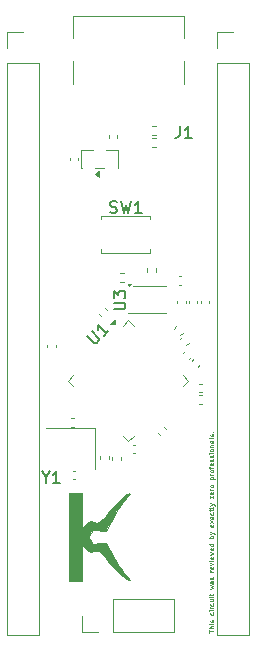
<source format=gbr>
%TF.GenerationSoftware,KiCad,Pcbnew,9.0.5*%
%TF.CreationDate,2025-12-10T19:07:17-06:00*%
%TF.ProjectId,KBoardV1,4b426f61-7264-4563-912e-6b696361645f,rev?*%
%TF.SameCoordinates,Original*%
%TF.FileFunction,Legend,Top*%
%TF.FilePolarity,Positive*%
%FSLAX46Y46*%
G04 Gerber Fmt 4.6, Leading zero omitted, Abs format (unit mm)*
G04 Created by KiCad (PCBNEW 9.0.5) date 2025-12-10 19:07:17*
%MOMM*%
%LPD*%
G01*
G04 APERTURE LIST*
%ADD10C,0.037500*%
%ADD11C,0.150000*%
%ADD12C,0.000600*%
%ADD13C,0.100000*%
%ADD14C,0.120000*%
G04 APERTURE END LIST*
D10*
X71529097Y-75337233D02*
X71529097Y-75108662D01*
X71929097Y-75222948D02*
X71529097Y-75222948D01*
X71929097Y-74975328D02*
X71529097Y-74975328D01*
X71929097Y-74803900D02*
X71719573Y-74803900D01*
X71719573Y-74803900D02*
X71681478Y-74822947D01*
X71681478Y-74822947D02*
X71662430Y-74861043D01*
X71662430Y-74861043D02*
X71662430Y-74918186D01*
X71662430Y-74918186D02*
X71681478Y-74956281D01*
X71681478Y-74956281D02*
X71700526Y-74975328D01*
X71929097Y-74613423D02*
X71662430Y-74613423D01*
X71529097Y-74613423D02*
X71548145Y-74632471D01*
X71548145Y-74632471D02*
X71567192Y-74613423D01*
X71567192Y-74613423D02*
X71548145Y-74594376D01*
X71548145Y-74594376D02*
X71529097Y-74613423D01*
X71529097Y-74613423D02*
X71567192Y-74613423D01*
X71910050Y-74441995D02*
X71929097Y-74403900D01*
X71929097Y-74403900D02*
X71929097Y-74327709D01*
X71929097Y-74327709D02*
X71910050Y-74289614D01*
X71910050Y-74289614D02*
X71871954Y-74270566D01*
X71871954Y-74270566D02*
X71852907Y-74270566D01*
X71852907Y-74270566D02*
X71814811Y-74289614D01*
X71814811Y-74289614D02*
X71795764Y-74327709D01*
X71795764Y-74327709D02*
X71795764Y-74384852D01*
X71795764Y-74384852D02*
X71776716Y-74422947D01*
X71776716Y-74422947D02*
X71738621Y-74441995D01*
X71738621Y-74441995D02*
X71719573Y-74441995D01*
X71719573Y-74441995D02*
X71681478Y-74422947D01*
X71681478Y-74422947D02*
X71662430Y-74384852D01*
X71662430Y-74384852D02*
X71662430Y-74327709D01*
X71662430Y-74327709D02*
X71681478Y-74289614D01*
X71910050Y-73622947D02*
X71929097Y-73661042D01*
X71929097Y-73661042D02*
X71929097Y-73737233D01*
X71929097Y-73737233D02*
X71910050Y-73775328D01*
X71910050Y-73775328D02*
X71891002Y-73794375D01*
X71891002Y-73794375D02*
X71852907Y-73813423D01*
X71852907Y-73813423D02*
X71738621Y-73813423D01*
X71738621Y-73813423D02*
X71700526Y-73794375D01*
X71700526Y-73794375D02*
X71681478Y-73775328D01*
X71681478Y-73775328D02*
X71662430Y-73737233D01*
X71662430Y-73737233D02*
X71662430Y-73661042D01*
X71662430Y-73661042D02*
X71681478Y-73622947D01*
X71929097Y-73451518D02*
X71662430Y-73451518D01*
X71529097Y-73451518D02*
X71548145Y-73470566D01*
X71548145Y-73470566D02*
X71567192Y-73451518D01*
X71567192Y-73451518D02*
X71548145Y-73432471D01*
X71548145Y-73432471D02*
X71529097Y-73451518D01*
X71529097Y-73451518D02*
X71567192Y-73451518D01*
X71929097Y-73261042D02*
X71662430Y-73261042D01*
X71738621Y-73261042D02*
X71700526Y-73241995D01*
X71700526Y-73241995D02*
X71681478Y-73222947D01*
X71681478Y-73222947D02*
X71662430Y-73184852D01*
X71662430Y-73184852D02*
X71662430Y-73146757D01*
X71910050Y-72841995D02*
X71929097Y-72880090D01*
X71929097Y-72880090D02*
X71929097Y-72956281D01*
X71929097Y-72956281D02*
X71910050Y-72994376D01*
X71910050Y-72994376D02*
X71891002Y-73013423D01*
X71891002Y-73013423D02*
X71852907Y-73032471D01*
X71852907Y-73032471D02*
X71738621Y-73032471D01*
X71738621Y-73032471D02*
X71700526Y-73013423D01*
X71700526Y-73013423D02*
X71681478Y-72994376D01*
X71681478Y-72994376D02*
X71662430Y-72956281D01*
X71662430Y-72956281D02*
X71662430Y-72880090D01*
X71662430Y-72880090D02*
X71681478Y-72841995D01*
X71662430Y-72499138D02*
X71929097Y-72499138D01*
X71662430Y-72670566D02*
X71871954Y-72670566D01*
X71871954Y-72670566D02*
X71910050Y-72651519D01*
X71910050Y-72651519D02*
X71929097Y-72613424D01*
X71929097Y-72613424D02*
X71929097Y-72556281D01*
X71929097Y-72556281D02*
X71910050Y-72518185D01*
X71910050Y-72518185D02*
X71891002Y-72499138D01*
X71929097Y-72308661D02*
X71662430Y-72308661D01*
X71529097Y-72308661D02*
X71548145Y-72327709D01*
X71548145Y-72327709D02*
X71567192Y-72308661D01*
X71567192Y-72308661D02*
X71548145Y-72289614D01*
X71548145Y-72289614D02*
X71529097Y-72308661D01*
X71529097Y-72308661D02*
X71567192Y-72308661D01*
X71662430Y-72175328D02*
X71662430Y-72022947D01*
X71529097Y-72118185D02*
X71871954Y-72118185D01*
X71871954Y-72118185D02*
X71910050Y-72099138D01*
X71910050Y-72099138D02*
X71929097Y-72061043D01*
X71929097Y-72061043D02*
X71929097Y-72022947D01*
X71662430Y-71622948D02*
X71929097Y-71546757D01*
X71929097Y-71546757D02*
X71738621Y-71470567D01*
X71738621Y-71470567D02*
X71929097Y-71394376D01*
X71929097Y-71394376D02*
X71662430Y-71318186D01*
X71929097Y-70994376D02*
X71719573Y-70994376D01*
X71719573Y-70994376D02*
X71681478Y-71013423D01*
X71681478Y-71013423D02*
X71662430Y-71051519D01*
X71662430Y-71051519D02*
X71662430Y-71127709D01*
X71662430Y-71127709D02*
X71681478Y-71165804D01*
X71910050Y-70994376D02*
X71929097Y-71032471D01*
X71929097Y-71032471D02*
X71929097Y-71127709D01*
X71929097Y-71127709D02*
X71910050Y-71165804D01*
X71910050Y-71165804D02*
X71871954Y-71184852D01*
X71871954Y-71184852D02*
X71833859Y-71184852D01*
X71833859Y-71184852D02*
X71795764Y-71165804D01*
X71795764Y-71165804D02*
X71776716Y-71127709D01*
X71776716Y-71127709D02*
X71776716Y-71032471D01*
X71776716Y-71032471D02*
X71757669Y-70994376D01*
X71910050Y-70822947D02*
X71929097Y-70784852D01*
X71929097Y-70784852D02*
X71929097Y-70708661D01*
X71929097Y-70708661D02*
X71910050Y-70670566D01*
X71910050Y-70670566D02*
X71871954Y-70651518D01*
X71871954Y-70651518D02*
X71852907Y-70651518D01*
X71852907Y-70651518D02*
X71814811Y-70670566D01*
X71814811Y-70670566D02*
X71795764Y-70708661D01*
X71795764Y-70708661D02*
X71795764Y-70765804D01*
X71795764Y-70765804D02*
X71776716Y-70803899D01*
X71776716Y-70803899D02*
X71738621Y-70822947D01*
X71738621Y-70822947D02*
X71719573Y-70822947D01*
X71719573Y-70822947D02*
X71681478Y-70803899D01*
X71681478Y-70803899D02*
X71662430Y-70765804D01*
X71662430Y-70765804D02*
X71662430Y-70708661D01*
X71662430Y-70708661D02*
X71681478Y-70670566D01*
X71929097Y-70175327D02*
X71662430Y-70175327D01*
X71738621Y-70175327D02*
X71700526Y-70156280D01*
X71700526Y-70156280D02*
X71681478Y-70137232D01*
X71681478Y-70137232D02*
X71662430Y-70099137D01*
X71662430Y-70099137D02*
X71662430Y-70061042D01*
X71910050Y-69775327D02*
X71929097Y-69813423D01*
X71929097Y-69813423D02*
X71929097Y-69889613D01*
X71929097Y-69889613D02*
X71910050Y-69927708D01*
X71910050Y-69927708D02*
X71871954Y-69946756D01*
X71871954Y-69946756D02*
X71719573Y-69946756D01*
X71719573Y-69946756D02*
X71681478Y-69927708D01*
X71681478Y-69927708D02*
X71662430Y-69889613D01*
X71662430Y-69889613D02*
X71662430Y-69813423D01*
X71662430Y-69813423D02*
X71681478Y-69775327D01*
X71681478Y-69775327D02*
X71719573Y-69756280D01*
X71719573Y-69756280D02*
X71757669Y-69756280D01*
X71757669Y-69756280D02*
X71795764Y-69946756D01*
X71662430Y-69622947D02*
X71929097Y-69527709D01*
X71929097Y-69527709D02*
X71662430Y-69432470D01*
X71929097Y-69280089D02*
X71662430Y-69280089D01*
X71529097Y-69280089D02*
X71548145Y-69299137D01*
X71548145Y-69299137D02*
X71567192Y-69280089D01*
X71567192Y-69280089D02*
X71548145Y-69261042D01*
X71548145Y-69261042D02*
X71529097Y-69280089D01*
X71529097Y-69280089D02*
X71567192Y-69280089D01*
X71910050Y-68937232D02*
X71929097Y-68975328D01*
X71929097Y-68975328D02*
X71929097Y-69051518D01*
X71929097Y-69051518D02*
X71910050Y-69089613D01*
X71910050Y-69089613D02*
X71871954Y-69108661D01*
X71871954Y-69108661D02*
X71719573Y-69108661D01*
X71719573Y-69108661D02*
X71681478Y-69089613D01*
X71681478Y-69089613D02*
X71662430Y-69051518D01*
X71662430Y-69051518D02*
X71662430Y-68975328D01*
X71662430Y-68975328D02*
X71681478Y-68937232D01*
X71681478Y-68937232D02*
X71719573Y-68918185D01*
X71719573Y-68918185D02*
X71757669Y-68918185D01*
X71757669Y-68918185D02*
X71795764Y-69108661D01*
X71662430Y-68784852D02*
X71929097Y-68708661D01*
X71929097Y-68708661D02*
X71738621Y-68632471D01*
X71738621Y-68632471D02*
X71929097Y-68556280D01*
X71929097Y-68556280D02*
X71662430Y-68480090D01*
X71910050Y-68175327D02*
X71929097Y-68213423D01*
X71929097Y-68213423D02*
X71929097Y-68289613D01*
X71929097Y-68289613D02*
X71910050Y-68327708D01*
X71910050Y-68327708D02*
X71871954Y-68346756D01*
X71871954Y-68346756D02*
X71719573Y-68346756D01*
X71719573Y-68346756D02*
X71681478Y-68327708D01*
X71681478Y-68327708D02*
X71662430Y-68289613D01*
X71662430Y-68289613D02*
X71662430Y-68213423D01*
X71662430Y-68213423D02*
X71681478Y-68175327D01*
X71681478Y-68175327D02*
X71719573Y-68156280D01*
X71719573Y-68156280D02*
X71757669Y-68156280D01*
X71757669Y-68156280D02*
X71795764Y-68346756D01*
X71929097Y-67813423D02*
X71529097Y-67813423D01*
X71910050Y-67813423D02*
X71929097Y-67851518D01*
X71929097Y-67851518D02*
X71929097Y-67927709D01*
X71929097Y-67927709D02*
X71910050Y-67965804D01*
X71910050Y-67965804D02*
X71891002Y-67984851D01*
X71891002Y-67984851D02*
X71852907Y-68003899D01*
X71852907Y-68003899D02*
X71738621Y-68003899D01*
X71738621Y-68003899D02*
X71700526Y-67984851D01*
X71700526Y-67984851D02*
X71681478Y-67965804D01*
X71681478Y-67965804D02*
X71662430Y-67927709D01*
X71662430Y-67927709D02*
X71662430Y-67851518D01*
X71662430Y-67851518D02*
X71681478Y-67813423D01*
X71929097Y-67318184D02*
X71529097Y-67318184D01*
X71681478Y-67318184D02*
X71662430Y-67280089D01*
X71662430Y-67280089D02*
X71662430Y-67203899D01*
X71662430Y-67203899D02*
X71681478Y-67165803D01*
X71681478Y-67165803D02*
X71700526Y-67146756D01*
X71700526Y-67146756D02*
X71738621Y-67127708D01*
X71738621Y-67127708D02*
X71852907Y-67127708D01*
X71852907Y-67127708D02*
X71891002Y-67146756D01*
X71891002Y-67146756D02*
X71910050Y-67165803D01*
X71910050Y-67165803D02*
X71929097Y-67203899D01*
X71929097Y-67203899D02*
X71929097Y-67280089D01*
X71929097Y-67280089D02*
X71910050Y-67318184D01*
X71662430Y-66994375D02*
X71929097Y-66899137D01*
X71662430Y-66803898D02*
X71929097Y-66899137D01*
X71929097Y-66899137D02*
X72024335Y-66937232D01*
X72024335Y-66937232D02*
X72043383Y-66956279D01*
X72043383Y-66956279D02*
X72062430Y-66994375D01*
X71910050Y-66194374D02*
X71929097Y-66232470D01*
X71929097Y-66232470D02*
X71929097Y-66308660D01*
X71929097Y-66308660D02*
X71910050Y-66346755D01*
X71910050Y-66346755D02*
X71871954Y-66365803D01*
X71871954Y-66365803D02*
X71719573Y-66365803D01*
X71719573Y-66365803D02*
X71681478Y-66346755D01*
X71681478Y-66346755D02*
X71662430Y-66308660D01*
X71662430Y-66308660D02*
X71662430Y-66232470D01*
X71662430Y-66232470D02*
X71681478Y-66194374D01*
X71681478Y-66194374D02*
X71719573Y-66175327D01*
X71719573Y-66175327D02*
X71757669Y-66175327D01*
X71757669Y-66175327D02*
X71795764Y-66365803D01*
X71929097Y-66041994D02*
X71662430Y-65832470D01*
X71662430Y-66041994D02*
X71929097Y-65832470D01*
X71929097Y-65508660D02*
X71719573Y-65508660D01*
X71719573Y-65508660D02*
X71681478Y-65527707D01*
X71681478Y-65527707D02*
X71662430Y-65565803D01*
X71662430Y-65565803D02*
X71662430Y-65641993D01*
X71662430Y-65641993D02*
X71681478Y-65680088D01*
X71910050Y-65508660D02*
X71929097Y-65546755D01*
X71929097Y-65546755D02*
X71929097Y-65641993D01*
X71929097Y-65641993D02*
X71910050Y-65680088D01*
X71910050Y-65680088D02*
X71871954Y-65699136D01*
X71871954Y-65699136D02*
X71833859Y-65699136D01*
X71833859Y-65699136D02*
X71795764Y-65680088D01*
X71795764Y-65680088D02*
X71776716Y-65641993D01*
X71776716Y-65641993D02*
X71776716Y-65546755D01*
X71776716Y-65546755D02*
X71757669Y-65508660D01*
X71910050Y-65146755D02*
X71929097Y-65184850D01*
X71929097Y-65184850D02*
X71929097Y-65261041D01*
X71929097Y-65261041D02*
X71910050Y-65299136D01*
X71910050Y-65299136D02*
X71891002Y-65318183D01*
X71891002Y-65318183D02*
X71852907Y-65337231D01*
X71852907Y-65337231D02*
X71738621Y-65337231D01*
X71738621Y-65337231D02*
X71700526Y-65318183D01*
X71700526Y-65318183D02*
X71681478Y-65299136D01*
X71681478Y-65299136D02*
X71662430Y-65261041D01*
X71662430Y-65261041D02*
X71662430Y-65184850D01*
X71662430Y-65184850D02*
X71681478Y-65146755D01*
X71662430Y-65032469D02*
X71662430Y-64880088D01*
X71529097Y-64975326D02*
X71871954Y-64975326D01*
X71871954Y-64975326D02*
X71910050Y-64956279D01*
X71910050Y-64956279D02*
X71929097Y-64918184D01*
X71929097Y-64918184D02*
X71929097Y-64880088D01*
X71929097Y-64689613D02*
X71910050Y-64727708D01*
X71910050Y-64727708D02*
X71871954Y-64746755D01*
X71871954Y-64746755D02*
X71529097Y-64746755D01*
X71662430Y-64575327D02*
X71929097Y-64480089D01*
X71662430Y-64384850D02*
X71929097Y-64480089D01*
X71929097Y-64480089D02*
X72024335Y-64518184D01*
X72024335Y-64518184D02*
X72043383Y-64537231D01*
X72043383Y-64537231D02*
X72062430Y-64575327D01*
X71662430Y-63965803D02*
X71662430Y-63756279D01*
X71662430Y-63756279D02*
X71929097Y-63965803D01*
X71929097Y-63965803D02*
X71929097Y-63756279D01*
X71910050Y-63451516D02*
X71929097Y-63489612D01*
X71929097Y-63489612D02*
X71929097Y-63565802D01*
X71929097Y-63565802D02*
X71910050Y-63603897D01*
X71910050Y-63603897D02*
X71871954Y-63622945D01*
X71871954Y-63622945D02*
X71719573Y-63622945D01*
X71719573Y-63622945D02*
X71681478Y-63603897D01*
X71681478Y-63603897D02*
X71662430Y-63565802D01*
X71662430Y-63565802D02*
X71662430Y-63489612D01*
X71662430Y-63489612D02*
X71681478Y-63451516D01*
X71681478Y-63451516D02*
X71719573Y-63432469D01*
X71719573Y-63432469D02*
X71757669Y-63432469D01*
X71757669Y-63432469D02*
X71795764Y-63622945D01*
X71929097Y-63261040D02*
X71662430Y-63261040D01*
X71738621Y-63261040D02*
X71700526Y-63241993D01*
X71700526Y-63241993D02*
X71681478Y-63222945D01*
X71681478Y-63222945D02*
X71662430Y-63184850D01*
X71662430Y-63184850D02*
X71662430Y-63146755D01*
X71929097Y-62956279D02*
X71910050Y-62994374D01*
X71910050Y-62994374D02*
X71891002Y-63013421D01*
X71891002Y-63013421D02*
X71852907Y-63032469D01*
X71852907Y-63032469D02*
X71738621Y-63032469D01*
X71738621Y-63032469D02*
X71700526Y-63013421D01*
X71700526Y-63013421D02*
X71681478Y-62994374D01*
X71681478Y-62994374D02*
X71662430Y-62956279D01*
X71662430Y-62956279D02*
X71662430Y-62899136D01*
X71662430Y-62899136D02*
X71681478Y-62861040D01*
X71681478Y-62861040D02*
X71700526Y-62841993D01*
X71700526Y-62841993D02*
X71738621Y-62822945D01*
X71738621Y-62822945D02*
X71852907Y-62822945D01*
X71852907Y-62822945D02*
X71891002Y-62841993D01*
X71891002Y-62841993D02*
X71910050Y-62861040D01*
X71910050Y-62861040D02*
X71929097Y-62899136D01*
X71929097Y-62899136D02*
X71929097Y-62956279D01*
X71662430Y-62346754D02*
X72062430Y-62346754D01*
X71681478Y-62346754D02*
X71662430Y-62308659D01*
X71662430Y-62308659D02*
X71662430Y-62232469D01*
X71662430Y-62232469D02*
X71681478Y-62194373D01*
X71681478Y-62194373D02*
X71700526Y-62175326D01*
X71700526Y-62175326D02*
X71738621Y-62156278D01*
X71738621Y-62156278D02*
X71852907Y-62156278D01*
X71852907Y-62156278D02*
X71891002Y-62175326D01*
X71891002Y-62175326D02*
X71910050Y-62194373D01*
X71910050Y-62194373D02*
X71929097Y-62232469D01*
X71929097Y-62232469D02*
X71929097Y-62308659D01*
X71929097Y-62308659D02*
X71910050Y-62346754D01*
X71929097Y-61984849D02*
X71662430Y-61984849D01*
X71738621Y-61984849D02*
X71700526Y-61965802D01*
X71700526Y-61965802D02*
X71681478Y-61946754D01*
X71681478Y-61946754D02*
X71662430Y-61908659D01*
X71662430Y-61908659D02*
X71662430Y-61870564D01*
X71929097Y-61680088D02*
X71910050Y-61718183D01*
X71910050Y-61718183D02*
X71891002Y-61737230D01*
X71891002Y-61737230D02*
X71852907Y-61756278D01*
X71852907Y-61756278D02*
X71738621Y-61756278D01*
X71738621Y-61756278D02*
X71700526Y-61737230D01*
X71700526Y-61737230D02*
X71681478Y-61718183D01*
X71681478Y-61718183D02*
X71662430Y-61680088D01*
X71662430Y-61680088D02*
X71662430Y-61622945D01*
X71662430Y-61622945D02*
X71681478Y-61584849D01*
X71681478Y-61584849D02*
X71700526Y-61565802D01*
X71700526Y-61565802D02*
X71738621Y-61546754D01*
X71738621Y-61546754D02*
X71852907Y-61546754D01*
X71852907Y-61546754D02*
X71891002Y-61565802D01*
X71891002Y-61565802D02*
X71910050Y-61584849D01*
X71910050Y-61584849D02*
X71929097Y-61622945D01*
X71929097Y-61622945D02*
X71929097Y-61680088D01*
X71662430Y-61432468D02*
X71662430Y-61280087D01*
X71929097Y-61375325D02*
X71586240Y-61375325D01*
X71586240Y-61375325D02*
X71548145Y-61356278D01*
X71548145Y-61356278D02*
X71529097Y-61318183D01*
X71529097Y-61318183D02*
X71529097Y-61280087D01*
X71910050Y-60994373D02*
X71929097Y-61032469D01*
X71929097Y-61032469D02*
X71929097Y-61108659D01*
X71929097Y-61108659D02*
X71910050Y-61146754D01*
X71910050Y-61146754D02*
X71871954Y-61165802D01*
X71871954Y-61165802D02*
X71719573Y-61165802D01*
X71719573Y-61165802D02*
X71681478Y-61146754D01*
X71681478Y-61146754D02*
X71662430Y-61108659D01*
X71662430Y-61108659D02*
X71662430Y-61032469D01*
X71662430Y-61032469D02*
X71681478Y-60994373D01*
X71681478Y-60994373D02*
X71719573Y-60975326D01*
X71719573Y-60975326D02*
X71757669Y-60975326D01*
X71757669Y-60975326D02*
X71795764Y-61165802D01*
X71910050Y-60822945D02*
X71929097Y-60784850D01*
X71929097Y-60784850D02*
X71929097Y-60708659D01*
X71929097Y-60708659D02*
X71910050Y-60670564D01*
X71910050Y-60670564D02*
X71871954Y-60651516D01*
X71871954Y-60651516D02*
X71852907Y-60651516D01*
X71852907Y-60651516D02*
X71814811Y-60670564D01*
X71814811Y-60670564D02*
X71795764Y-60708659D01*
X71795764Y-60708659D02*
X71795764Y-60765802D01*
X71795764Y-60765802D02*
X71776716Y-60803897D01*
X71776716Y-60803897D02*
X71738621Y-60822945D01*
X71738621Y-60822945D02*
X71719573Y-60822945D01*
X71719573Y-60822945D02*
X71681478Y-60803897D01*
X71681478Y-60803897D02*
X71662430Y-60765802D01*
X71662430Y-60765802D02*
X71662430Y-60708659D01*
X71662430Y-60708659D02*
X71681478Y-60670564D01*
X71910050Y-60499135D02*
X71929097Y-60461040D01*
X71929097Y-60461040D02*
X71929097Y-60384849D01*
X71929097Y-60384849D02*
X71910050Y-60346754D01*
X71910050Y-60346754D02*
X71871954Y-60327706D01*
X71871954Y-60327706D02*
X71852907Y-60327706D01*
X71852907Y-60327706D02*
X71814811Y-60346754D01*
X71814811Y-60346754D02*
X71795764Y-60384849D01*
X71795764Y-60384849D02*
X71795764Y-60441992D01*
X71795764Y-60441992D02*
X71776716Y-60480087D01*
X71776716Y-60480087D02*
X71738621Y-60499135D01*
X71738621Y-60499135D02*
X71719573Y-60499135D01*
X71719573Y-60499135D02*
X71681478Y-60480087D01*
X71681478Y-60480087D02*
X71662430Y-60441992D01*
X71662430Y-60441992D02*
X71662430Y-60384849D01*
X71662430Y-60384849D02*
X71681478Y-60346754D01*
X71929097Y-60156277D02*
X71662430Y-60156277D01*
X71529097Y-60156277D02*
X71548145Y-60175325D01*
X71548145Y-60175325D02*
X71567192Y-60156277D01*
X71567192Y-60156277D02*
X71548145Y-60137230D01*
X71548145Y-60137230D02*
X71529097Y-60156277D01*
X71529097Y-60156277D02*
X71567192Y-60156277D01*
X71929097Y-59908659D02*
X71910050Y-59946754D01*
X71910050Y-59946754D02*
X71891002Y-59965801D01*
X71891002Y-59965801D02*
X71852907Y-59984849D01*
X71852907Y-59984849D02*
X71738621Y-59984849D01*
X71738621Y-59984849D02*
X71700526Y-59965801D01*
X71700526Y-59965801D02*
X71681478Y-59946754D01*
X71681478Y-59946754D02*
X71662430Y-59908659D01*
X71662430Y-59908659D02*
X71662430Y-59851516D01*
X71662430Y-59851516D02*
X71681478Y-59813420D01*
X71681478Y-59813420D02*
X71700526Y-59794373D01*
X71700526Y-59794373D02*
X71738621Y-59775325D01*
X71738621Y-59775325D02*
X71852907Y-59775325D01*
X71852907Y-59775325D02*
X71891002Y-59794373D01*
X71891002Y-59794373D02*
X71910050Y-59813420D01*
X71910050Y-59813420D02*
X71929097Y-59851516D01*
X71929097Y-59851516D02*
X71929097Y-59908659D01*
X71662430Y-59603896D02*
X71929097Y-59603896D01*
X71700526Y-59603896D02*
X71681478Y-59584849D01*
X71681478Y-59584849D02*
X71662430Y-59546754D01*
X71662430Y-59546754D02*
X71662430Y-59489611D01*
X71662430Y-59489611D02*
X71681478Y-59451515D01*
X71681478Y-59451515D02*
X71719573Y-59432468D01*
X71719573Y-59432468D02*
X71929097Y-59432468D01*
X71929097Y-59070563D02*
X71719573Y-59070563D01*
X71719573Y-59070563D02*
X71681478Y-59089610D01*
X71681478Y-59089610D02*
X71662430Y-59127706D01*
X71662430Y-59127706D02*
X71662430Y-59203896D01*
X71662430Y-59203896D02*
X71681478Y-59241991D01*
X71910050Y-59070563D02*
X71929097Y-59108658D01*
X71929097Y-59108658D02*
X71929097Y-59203896D01*
X71929097Y-59203896D02*
X71910050Y-59241991D01*
X71910050Y-59241991D02*
X71871954Y-59261039D01*
X71871954Y-59261039D02*
X71833859Y-59261039D01*
X71833859Y-59261039D02*
X71795764Y-59241991D01*
X71795764Y-59241991D02*
X71776716Y-59203896D01*
X71776716Y-59203896D02*
X71776716Y-59108658D01*
X71776716Y-59108658D02*
X71757669Y-59070563D01*
X71929097Y-58822944D02*
X71910050Y-58861039D01*
X71910050Y-58861039D02*
X71871954Y-58880086D01*
X71871954Y-58880086D02*
X71529097Y-58880086D01*
X71910050Y-58689610D02*
X71929097Y-58651515D01*
X71929097Y-58651515D02*
X71929097Y-58575324D01*
X71929097Y-58575324D02*
X71910050Y-58537229D01*
X71910050Y-58537229D02*
X71871954Y-58518181D01*
X71871954Y-58518181D02*
X71852907Y-58518181D01*
X71852907Y-58518181D02*
X71814811Y-58537229D01*
X71814811Y-58537229D02*
X71795764Y-58575324D01*
X71795764Y-58575324D02*
X71795764Y-58632467D01*
X71795764Y-58632467D02*
X71776716Y-58670562D01*
X71776716Y-58670562D02*
X71738621Y-58689610D01*
X71738621Y-58689610D02*
X71719573Y-58689610D01*
X71719573Y-58689610D02*
X71681478Y-58670562D01*
X71681478Y-58670562D02*
X71662430Y-58632467D01*
X71662430Y-58632467D02*
X71662430Y-58575324D01*
X71662430Y-58575324D02*
X71681478Y-58537229D01*
X71891002Y-58346752D02*
X71910050Y-58327705D01*
X71910050Y-58327705D02*
X71929097Y-58346752D01*
X71929097Y-58346752D02*
X71910050Y-58365800D01*
X71910050Y-58365800D02*
X71891002Y-58346752D01*
X71891002Y-58346752D02*
X71929097Y-58346752D01*
D11*
X69066666Y-32454819D02*
X69066666Y-33169104D01*
X69066666Y-33169104D02*
X69019047Y-33311961D01*
X69019047Y-33311961D02*
X68923809Y-33407200D01*
X68923809Y-33407200D02*
X68780952Y-33454819D01*
X68780952Y-33454819D02*
X68685714Y-33454819D01*
X70066666Y-33454819D02*
X69495238Y-33454819D01*
X69780952Y-33454819D02*
X69780952Y-32454819D01*
X69780952Y-32454819D02*
X69685714Y-32597676D01*
X69685714Y-32597676D02*
X69590476Y-32692914D01*
X69590476Y-32692914D02*
X69495238Y-32740533D01*
X57723809Y-62178628D02*
X57723809Y-62654819D01*
X57390476Y-61654819D02*
X57723809Y-62178628D01*
X57723809Y-62178628D02*
X58057142Y-61654819D01*
X58914285Y-62654819D02*
X58342857Y-62654819D01*
X58628571Y-62654819D02*
X58628571Y-61654819D01*
X58628571Y-61654819D02*
X58533333Y-61797676D01*
X58533333Y-61797676D02*
X58438095Y-61892914D01*
X58438095Y-61892914D02*
X58342857Y-61940533D01*
X61205750Y-50203246D02*
X61778170Y-50775666D01*
X61778170Y-50775666D02*
X61879185Y-50809338D01*
X61879185Y-50809338D02*
X61946529Y-50809338D01*
X61946529Y-50809338D02*
X62047544Y-50775666D01*
X62047544Y-50775666D02*
X62182231Y-50640979D01*
X62182231Y-50640979D02*
X62215903Y-50539964D01*
X62215903Y-50539964D02*
X62215903Y-50472620D01*
X62215903Y-50472620D02*
X62182231Y-50371605D01*
X62182231Y-50371605D02*
X61609811Y-49799185D01*
X63024025Y-49799185D02*
X62619964Y-50203246D01*
X62821994Y-50001216D02*
X62114888Y-49294109D01*
X62114888Y-49294109D02*
X62148559Y-49462468D01*
X62148559Y-49462468D02*
X62148559Y-49597155D01*
X62148559Y-49597155D02*
X62114888Y-49698170D01*
X63477864Y-47954797D02*
X64287387Y-47954797D01*
X64287387Y-47954797D02*
X64382625Y-47907178D01*
X64382625Y-47907178D02*
X64430245Y-47859559D01*
X64430245Y-47859559D02*
X64477864Y-47764321D01*
X64477864Y-47764321D02*
X64477864Y-47573845D01*
X64477864Y-47573845D02*
X64430245Y-47478607D01*
X64430245Y-47478607D02*
X64382625Y-47430988D01*
X64382625Y-47430988D02*
X64287387Y-47383369D01*
X64287387Y-47383369D02*
X63477864Y-47383369D01*
X63477864Y-47002416D02*
X63477864Y-46383369D01*
X63477864Y-46383369D02*
X63858816Y-46716702D01*
X63858816Y-46716702D02*
X63858816Y-46573845D01*
X63858816Y-46573845D02*
X63906435Y-46478607D01*
X63906435Y-46478607D02*
X63954054Y-46430988D01*
X63954054Y-46430988D02*
X64049292Y-46383369D01*
X64049292Y-46383369D02*
X64287387Y-46383369D01*
X64287387Y-46383369D02*
X64382625Y-46430988D01*
X64382625Y-46430988D02*
X64430245Y-46478607D01*
X64430245Y-46478607D02*
X64477864Y-46573845D01*
X64477864Y-46573845D02*
X64477864Y-46859559D01*
X64477864Y-46859559D02*
X64430245Y-46954797D01*
X64430245Y-46954797D02*
X64382625Y-47002416D01*
X63166667Y-39757200D02*
X63309524Y-39804819D01*
X63309524Y-39804819D02*
X63547619Y-39804819D01*
X63547619Y-39804819D02*
X63642857Y-39757200D01*
X63642857Y-39757200D02*
X63690476Y-39709580D01*
X63690476Y-39709580D02*
X63738095Y-39614342D01*
X63738095Y-39614342D02*
X63738095Y-39519104D01*
X63738095Y-39519104D02*
X63690476Y-39423866D01*
X63690476Y-39423866D02*
X63642857Y-39376247D01*
X63642857Y-39376247D02*
X63547619Y-39328628D01*
X63547619Y-39328628D02*
X63357143Y-39281009D01*
X63357143Y-39281009D02*
X63261905Y-39233390D01*
X63261905Y-39233390D02*
X63214286Y-39185771D01*
X63214286Y-39185771D02*
X63166667Y-39090533D01*
X63166667Y-39090533D02*
X63166667Y-38995295D01*
X63166667Y-38995295D02*
X63214286Y-38900057D01*
X63214286Y-38900057D02*
X63261905Y-38852438D01*
X63261905Y-38852438D02*
X63357143Y-38804819D01*
X63357143Y-38804819D02*
X63595238Y-38804819D01*
X63595238Y-38804819D02*
X63738095Y-38852438D01*
X64071429Y-38804819D02*
X64309524Y-39804819D01*
X64309524Y-39804819D02*
X64500000Y-39090533D01*
X64500000Y-39090533D02*
X64690476Y-39804819D01*
X64690476Y-39804819D02*
X64928572Y-38804819D01*
X65833333Y-39804819D02*
X65261905Y-39804819D01*
X65547619Y-39804819D02*
X65547619Y-38804819D01*
X65547619Y-38804819D02*
X65452381Y-38947676D01*
X65452381Y-38947676D02*
X65357143Y-39042914D01*
X65357143Y-39042914D02*
X65261905Y-39090533D01*
D12*
%TO.C,REF\u002A\u002A*%
X59690000Y-63490000D02*
X59690000Y-67223800D01*
X59690000Y-67223800D02*
X59690000Y-70957600D01*
X59690000Y-70957600D02*
X60223400Y-70957600D01*
X60223400Y-63490000D02*
X59690000Y-63490000D01*
X60223400Y-70957600D02*
X60756800Y-70957600D01*
X60756800Y-63490000D02*
X60223400Y-63490000D01*
X60756800Y-65029865D02*
X60756800Y-63490000D01*
X60756800Y-66569731D02*
X60756800Y-65029865D01*
X60756800Y-67890190D02*
X61102577Y-68208917D01*
X60756800Y-69423895D02*
X60756800Y-67890190D01*
X60756800Y-70957600D02*
X60756800Y-69423895D01*
X61089106Y-66243598D02*
X60756800Y-66569731D01*
X61102577Y-68208917D02*
X61257130Y-68341283D01*
X61415522Y-67110567D02*
X61542995Y-66911219D01*
X61542525Y-67536381D02*
X61409004Y-67326988D01*
X61542995Y-66911219D02*
X61719591Y-66652300D01*
X61718650Y-67795300D02*
X61542525Y-67536381D01*
X61719591Y-66652300D02*
X62285945Y-66672184D01*
X62136922Y-66051140D02*
X61742481Y-65960193D01*
X62285945Y-66672184D02*
X62852300Y-66692068D01*
X62288973Y-67770392D02*
X61718650Y-67795300D01*
X62400987Y-68559745D02*
X62703341Y-68913284D01*
X62703341Y-68913284D02*
X62900614Y-69154444D01*
X62796793Y-65415820D02*
X62550119Y-65712199D01*
X62852300Y-66692068D02*
X63303195Y-65833984D01*
X62859295Y-67745483D02*
X62288973Y-67770392D01*
X62900614Y-69154444D02*
X63122067Y-69417544D01*
X63122067Y-69417544D02*
X63333905Y-69663157D01*
X63268381Y-68532392D02*
X62859295Y-67745483D01*
X63303195Y-65833984D02*
X63670778Y-65157027D01*
X63333905Y-69663157D02*
X63498077Y-69846071D01*
X63390516Y-64727011D02*
X62796793Y-65415820D01*
X63644303Y-69231195D02*
X63268381Y-68532392D01*
X63670778Y-65157027D02*
X63960002Y-64681159D01*
X63950902Y-69742291D02*
X63644303Y-69231195D01*
X63995204Y-64124979D02*
X63390516Y-64727011D01*
X63999646Y-70309652D02*
X64239867Y-70509656D01*
X64000293Y-69812270D02*
X63950902Y-69742291D01*
X64236360Y-64298670D02*
X64513328Y-63976621D01*
X64236664Y-70147166D02*
X64000293Y-69812270D01*
X64239867Y-70509656D02*
X64662731Y-70831611D01*
X64510985Y-63685006D02*
X63995204Y-64124979D01*
X64513328Y-63976621D02*
X64555014Y-63928150D01*
X64555014Y-63928150D02*
X64679163Y-63789210D01*
X64671440Y-70651043D02*
X64404291Y-70353140D01*
X64679163Y-63789210D02*
X64770979Y-63672561D01*
X64706273Y-70695098D02*
X64671440Y-70651043D01*
X64766741Y-70771574D02*
X64706273Y-70695098D01*
X61089106Y-66243598D02*
G75*
G02*
X61326664Y-66041107I1559094J-1588502D01*
G01*
X61326667Y-66041112D02*
G75*
G02*
X61515411Y-65959367I271233J-367488D01*
G01*
X61380589Y-67223746D02*
G75*
G02*
X61415522Y-67110567I201311J-154D01*
G01*
X61391732Y-68433760D02*
G75*
G02*
X61257132Y-68341280I594568J1009560D01*
G01*
X61409004Y-67326988D02*
G75*
G02*
X61380590Y-67223746I172796J103088D01*
G01*
X61502558Y-68486616D02*
G75*
G02*
X61391734Y-68433756I246742J659916D01*
G01*
X61515412Y-65959370D02*
G75*
G02*
X61742481Y-65960194I111338J-606010D01*
G01*
X61578827Y-68489384D02*
G75*
G02*
X61502550Y-68486638I-34027J115584D01*
G01*
X61578827Y-68489384D02*
G75*
G02*
X61981070Y-68391434I1256173J-4283716D01*
G01*
X61981071Y-68391437D02*
G75*
G02*
X62193630Y-68409339I74729J-383563D01*
G01*
X62193631Y-68409337D02*
G75*
G02*
X62400969Y-68559760I-171331J-454263D01*
G01*
X62218085Y-66034999D02*
G75*
G02*
X62136922Y-66051142I-56885J73899D01*
G01*
X62361958Y-65911019D02*
G75*
G02*
X62218085Y-66034999I-1195558J1241919D01*
G01*
X62550119Y-65712199D02*
G75*
G02*
X62361958Y-65911019I-2229211J1921254D01*
G01*
X63960002Y-64681159D02*
G75*
G02*
X64513332Y-63976624I4430698J-2910241D01*
G01*
X63999646Y-70309652D02*
G75*
G02*
X63498081Y-69846068I2660554J3381652D01*
G01*
X64404291Y-70353140D02*
G75*
G02*
X64000290Y-69812272I3739909J3214840D01*
G01*
X64510985Y-63685006D02*
G75*
G02*
X64816461Y-63566167I305515J-333294D01*
G01*
X64706273Y-70695098D02*
G75*
G02*
X64825753Y-70861074I-901573J-775002D01*
G01*
X64814210Y-70881400D02*
G75*
G02*
X64662730Y-70831612I-10J255300D01*
G01*
X64816461Y-63566200D02*
G75*
G02*
X64827771Y-63585977I39J-13100D01*
G01*
X64825753Y-70861074D02*
G75*
G02*
X64814210Y-70881384I-11453J-6926D01*
G01*
X64827722Y-63585948D02*
G75*
G02*
X64770977Y-63672560I-976622J577948D01*
G01*
D13*
X60756800Y-66569731D02*
X61196503Y-66138196D01*
X61326667Y-66041112D01*
X61416379Y-65989479D01*
X61515422Y-65959370D01*
X61628988Y-65949233D01*
X61742481Y-65960193D01*
X62143628Y-66052686D01*
X62179354Y-66052573D01*
X62218085Y-66034999D01*
X62291730Y-65974991D01*
X62361958Y-65911019D01*
X62458324Y-65813827D01*
X62550119Y-65712199D01*
X62796793Y-65415820D01*
X62990000Y-65190000D01*
X63093655Y-65071415D01*
X63390516Y-64727011D01*
X63692860Y-64425995D01*
X63840000Y-64280000D01*
X63900000Y-64220000D01*
X63995204Y-64124979D01*
X64090000Y-64040000D01*
X64253095Y-63904992D01*
X64390000Y-63790000D01*
X64510985Y-63685006D01*
X64570000Y-63640000D01*
X64667549Y-63591407D01*
X64710000Y-63580000D01*
X64760000Y-63570000D01*
X64816461Y-63566200D01*
X64827830Y-63572725D01*
X64827830Y-63585875D01*
X64800350Y-63629882D01*
X64770979Y-63672561D01*
X64750000Y-63700000D01*
X64725071Y-63731870D01*
X64679163Y-63789210D01*
X64555014Y-63928150D01*
X64374844Y-64137645D01*
X64060000Y-64540000D01*
X63840000Y-64880000D01*
X63681732Y-65157027D01*
X63520000Y-65440000D01*
X63303195Y-65833984D01*
X62852300Y-66692068D01*
X61719590Y-66652300D01*
X61387884Y-67170199D01*
X61380589Y-67223900D01*
X61387805Y-67277315D01*
X61408987Y-67326988D01*
X61475765Y-67431684D01*
X61718650Y-67795300D01*
X62859295Y-67745483D01*
X63456342Y-68893950D01*
X63644303Y-69231195D01*
X63797603Y-69486743D01*
X64000293Y-69812270D01*
X64366420Y-70331013D01*
X64537866Y-70502092D01*
X64671440Y-70651043D01*
X64766741Y-70771574D01*
X64825795Y-70861145D01*
X64825923Y-70874636D01*
X64814210Y-70881383D01*
X64780000Y-70881400D01*
X64662731Y-70831612D01*
X64239867Y-70509656D01*
X64119757Y-70409654D01*
X63653131Y-70005610D01*
X63333905Y-69663157D01*
X62703341Y-68913284D01*
X62400987Y-68559745D01*
X62295210Y-68462068D01*
X62193631Y-68409337D01*
X62088596Y-68385602D01*
X61981076Y-68391437D01*
X61778813Y-68435744D01*
X61578829Y-68489384D01*
X61540465Y-68500821D01*
X61502558Y-68486613D01*
X61445991Y-68462603D01*
X61391743Y-68433760D01*
X61325954Y-68389867D01*
X61257130Y-68330834D01*
X61102577Y-68208917D01*
X60756800Y-67890190D01*
X60756800Y-70957600D01*
X59690000Y-70957600D01*
X59690000Y-63490000D01*
X60756800Y-63490000D01*
X60756800Y-66569731D01*
G36*
X60756800Y-66569731D02*
G01*
X61196503Y-66138196D01*
X61326667Y-66041112D01*
X61416379Y-65989479D01*
X61515422Y-65959370D01*
X61628988Y-65949233D01*
X61742481Y-65960193D01*
X62143628Y-66052686D01*
X62179354Y-66052573D01*
X62218085Y-66034999D01*
X62291730Y-65974991D01*
X62361958Y-65911019D01*
X62458324Y-65813827D01*
X62550119Y-65712199D01*
X62796793Y-65415820D01*
X62990000Y-65190000D01*
X63093655Y-65071415D01*
X63390516Y-64727011D01*
X63692860Y-64425995D01*
X63840000Y-64280000D01*
X63900000Y-64220000D01*
X63995204Y-64124979D01*
X64090000Y-64040000D01*
X64253095Y-63904992D01*
X64390000Y-63790000D01*
X64510985Y-63685006D01*
X64570000Y-63640000D01*
X64667549Y-63591407D01*
X64710000Y-63580000D01*
X64760000Y-63570000D01*
X64816461Y-63566200D01*
X64827830Y-63572725D01*
X64827830Y-63585875D01*
X64800350Y-63629882D01*
X64770979Y-63672561D01*
X64750000Y-63700000D01*
X64725071Y-63731870D01*
X64679163Y-63789210D01*
X64555014Y-63928150D01*
X64374844Y-64137645D01*
X64060000Y-64540000D01*
X63840000Y-64880000D01*
X63681732Y-65157027D01*
X63520000Y-65440000D01*
X63303195Y-65833984D01*
X62852300Y-66692068D01*
X61719590Y-66652300D01*
X61387884Y-67170199D01*
X61380589Y-67223900D01*
X61387805Y-67277315D01*
X61408987Y-67326988D01*
X61475765Y-67431684D01*
X61718650Y-67795300D01*
X62859295Y-67745483D01*
X63456342Y-68893950D01*
X63644303Y-69231195D01*
X63797603Y-69486743D01*
X64000293Y-69812270D01*
X64366420Y-70331013D01*
X64537866Y-70502092D01*
X64671440Y-70651043D01*
X64766741Y-70771574D01*
X64825795Y-70861145D01*
X64825923Y-70874636D01*
X64814210Y-70881383D01*
X64780000Y-70881400D01*
X64662731Y-70831612D01*
X64239867Y-70509656D01*
X64119757Y-70409654D01*
X63653131Y-70005610D01*
X63333905Y-69663157D01*
X62703341Y-68913284D01*
X62400987Y-68559745D01*
X62295210Y-68462068D01*
X62193631Y-68409337D01*
X62088596Y-68385602D01*
X61981076Y-68391437D01*
X61778813Y-68435744D01*
X61578829Y-68489384D01*
X61540465Y-68500821D01*
X61502558Y-68486613D01*
X61445991Y-68462603D01*
X61391743Y-68433760D01*
X61325954Y-68389867D01*
X61257130Y-68330834D01*
X61102577Y-68208917D01*
X60756800Y-67890190D01*
X60756800Y-70957600D01*
X59690000Y-70957600D01*
X59690000Y-63490000D01*
X60756800Y-63490000D01*
X60756800Y-66569731D01*
G37*
D14*
%TO.C,J1*%
X69400000Y-28890000D02*
X69400000Y-26890000D01*
X69400000Y-24990000D02*
X69400000Y-23090000D01*
X69400000Y-23090000D02*
X60000000Y-23090000D01*
X60000000Y-28890000D02*
X60000000Y-26890000D01*
X60000000Y-24990000D02*
X60000000Y-23090000D01*
%TO.C,C5*%
X67229779Y-58438896D02*
X67382282Y-58591399D01*
X67738896Y-57929779D02*
X67891399Y-58082282D01*
%TO.C,C10*%
X65092164Y-59440000D02*
X65307836Y-59440000D01*
X65092164Y-60160000D02*
X65307836Y-60160000D01*
%TO.C,J4*%
X60780000Y-75270000D02*
X60780000Y-73890000D01*
X62160000Y-75270000D02*
X60780000Y-75270000D01*
X63430000Y-72510000D02*
X68620000Y-72510000D01*
X63430000Y-75270000D02*
X63430000Y-72510000D01*
X63430000Y-75270000D02*
X68620000Y-75270000D01*
X68620000Y-75270000D02*
X68620000Y-72510000D01*
%TO.C,C13*%
X59740000Y-35112164D02*
X59740000Y-35327836D01*
X60460000Y-35112164D02*
X60460000Y-35327836D01*
%TO.C,C17*%
X70069190Y-52321693D02*
X70221693Y-52169190D01*
X70578307Y-52830810D02*
X70730810Y-52678307D01*
%TO.C,C3*%
X62382282Y-48491399D02*
X62229779Y-48338896D01*
X62891399Y-47982282D02*
X62738896Y-47829779D01*
%TO.C,C6*%
X58560000Y-51157836D02*
X58560000Y-50942164D01*
X57840000Y-51157836D02*
X57840000Y-50942164D01*
%TO.C,C2*%
X63340000Y-60472164D02*
X63340000Y-60687836D01*
X64060000Y-60472164D02*
X64060000Y-60687836D01*
%TO.C,C8*%
X70712164Y-55240000D02*
X70927836Y-55240000D01*
X70712164Y-55960000D02*
X70927836Y-55960000D01*
%TO.C,R1*%
X66736359Y-32420000D02*
X67043641Y-32420000D01*
X66736359Y-33180000D02*
X67043641Y-33180000D01*
%TO.C,C4*%
X69840000Y-47427836D02*
X69840000Y-47212164D01*
X70560000Y-47427836D02*
X70560000Y-47212164D01*
%TO.C,C7*%
X68972164Y-45140000D02*
X69187836Y-45140000D01*
X68972164Y-45860000D02*
X69187836Y-45860000D01*
%TO.C,R7*%
X66320000Y-44456359D02*
X66320000Y-44763641D01*
X67080000Y-44456359D02*
X67080000Y-44763641D01*
%TO.C,C1*%
X70840000Y-47427836D02*
X70840000Y-47212164D01*
X71560000Y-47427836D02*
X71560000Y-47212164D01*
%TO.C,Y1*%
X61860000Y-58039999D02*
X57740000Y-58039999D01*
X61860000Y-61460001D02*
X61860000Y-58039999D01*
%TO.C,U2*%
X60740000Y-34440000D02*
X61740000Y-34440000D01*
X60740000Y-35960000D02*
X60740000Y-34440000D01*
X60790000Y-35960000D02*
X60740000Y-35960000D01*
X62690000Y-35960000D02*
X61910000Y-35960000D01*
X62860000Y-34440000D02*
X63860000Y-34440000D01*
X63860000Y-34440000D02*
X63860000Y-35960000D01*
X63860000Y-35960000D02*
X63810000Y-35960000D01*
X62250000Y-36740000D02*
X61920000Y-36500000D01*
X62250000Y-36260000D01*
X62250000Y-36740000D01*
G36*
X62250000Y-36740000D02*
G01*
X61920000Y-36500000D01*
X62250000Y-36260000D01*
X62250000Y-36740000D01*
G37*
%TO.C,C16*%
X62340000Y-60627836D02*
X62340000Y-60412164D01*
X63060000Y-60627836D02*
X63060000Y-60412164D01*
%TO.C,R5*%
X59836360Y-57120000D02*
X60143642Y-57120000D01*
X59836360Y-57880000D02*
X60143642Y-57880000D01*
%TO.C,R6*%
X64046359Y-44920000D02*
X64353641Y-44920000D01*
X64046359Y-45680000D02*
X64353641Y-45680000D01*
%TO.C,R4*%
X69300564Y-50262035D02*
X69083283Y-50479316D01*
X69837965Y-50799436D02*
X69620684Y-51016717D01*
%TO.C,R3*%
X68562035Y-49600564D02*
X68779316Y-49383283D01*
X69099436Y-50137965D02*
X69316717Y-49920684D01*
%TO.C,C12*%
X68840000Y-47447836D02*
X68840000Y-47232164D01*
X69560000Y-47447836D02*
X69560000Y-47232164D01*
%TO.C,C11*%
X69369190Y-51621693D02*
X69521693Y-51469190D01*
X69878307Y-52130810D02*
X70030810Y-51978307D01*
%TO.C,C14*%
X63040000Y-33407836D02*
X63040000Y-33192164D01*
X63760000Y-33407836D02*
X63760000Y-33192164D01*
%TO.C,U1*%
X59594689Y-54000000D02*
X60054308Y-53540380D01*
X60054309Y-54459619D02*
X59594689Y-54000000D01*
X64240381Y-49354309D02*
X64700000Y-48894689D01*
X64700000Y-48894689D02*
X65159620Y-49354308D01*
X64700000Y-59105311D02*
X64240380Y-58645692D01*
X65159619Y-58645691D02*
X64700000Y-59105311D01*
X69345691Y-53540381D02*
X69805311Y-54000000D01*
X69805311Y-54000000D02*
X69345692Y-54459620D01*
X63611056Y-49234100D02*
X63208005Y-49170461D01*
X63547416Y-48831049D01*
X63611056Y-49234100D01*
G36*
X63611056Y-49234100D02*
G01*
X63208005Y-49170461D01*
X63547416Y-48831049D01*
X63611056Y-49234100D01*
G37*
%TO.C,C9*%
X70712164Y-54240000D02*
X70927836Y-54240000D01*
X70712164Y-54960000D02*
X70927836Y-54960000D01*
%TO.C,C15*%
X60207836Y-61640000D02*
X59992164Y-61640000D01*
X60207836Y-62360000D02*
X59992164Y-62360000D01*
%TO.C,R2*%
X66736359Y-33420000D02*
X67043641Y-33420000D01*
X66736359Y-34180000D02*
X67043641Y-34180000D01*
%TO.C,U3*%
X65089432Y-46015000D02*
X67885000Y-46015000D01*
X67885000Y-48285000D02*
X64665000Y-48285000D01*
X64795000Y-46010000D02*
X64655000Y-45820000D01*
X64935000Y-45820000D01*
X64795000Y-46010000D01*
G36*
X64795000Y-46010000D02*
G01*
X64655000Y-45820000D01*
X64935000Y-45820000D01*
X64795000Y-46010000D01*
G37*
%TO.C,J2*%
X54430000Y-24490000D02*
X55810000Y-24490000D01*
X54430000Y-25870000D02*
X54430000Y-24490000D01*
X54430000Y-27140000D02*
X54430000Y-75510000D01*
X54430000Y-27140000D02*
X57190000Y-27140000D01*
X54430000Y-75510000D02*
X57190000Y-75510000D01*
X57190000Y-27140000D02*
X57190000Y-75510000D01*
%TO.C,SW1*%
X62430000Y-40030000D02*
X66570000Y-40030000D01*
X62430000Y-40330000D02*
X62430000Y-40030000D01*
X62430000Y-43170000D02*
X62430000Y-42870000D01*
X66570000Y-40030000D02*
X66570000Y-40330000D01*
X66570000Y-42870000D02*
X66570000Y-43170000D01*
X66570000Y-43170000D02*
X62430000Y-43170000D01*
%TO.C,J3*%
X72210000Y-24490000D02*
X73590000Y-24490000D01*
X72210000Y-25870000D02*
X72210000Y-24490000D01*
X72210000Y-27140000D02*
X72210000Y-75510000D01*
X72210000Y-27140000D02*
X74970000Y-27140000D01*
X72210000Y-75510000D02*
X74970000Y-75510000D01*
X74970000Y-27140000D02*
X74970000Y-75510000D01*
%TD*%
M02*

</source>
